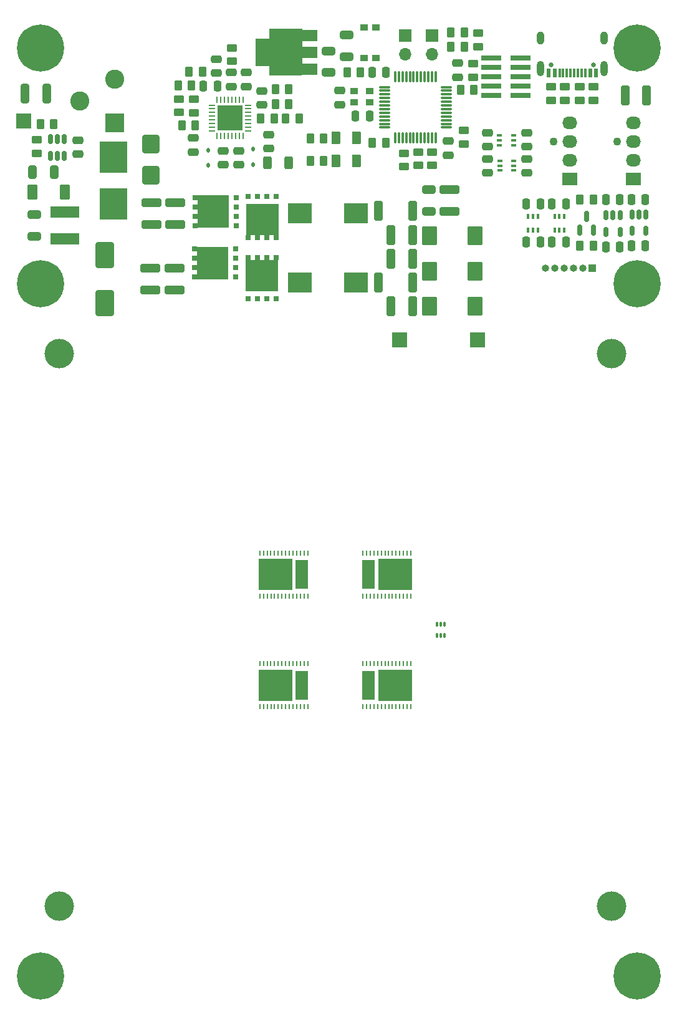
<source format=gts>
G04 #@! TF.GenerationSoftware,KiCad,Pcbnew,7.0.7-7.0.7~ubuntu22.04.1*
G04 #@! TF.CreationDate,2024-01-21T11:17:23+01:00*
G04 #@! TF.ProjectId,qaxe,71617865-2e6b-4696-9361-645f70636258,rev?*
G04 #@! TF.SameCoordinates,Original*
G04 #@! TF.FileFunction,Soldermask,Top*
G04 #@! TF.FilePolarity,Negative*
%FSLAX46Y46*%
G04 Gerber Fmt 4.6, Leading zero omitted, Abs format (unit mm)*
G04 Created by KiCad (PCBNEW 7.0.7-7.0.7~ubuntu22.04.1) date 2024-01-21 11:17:23*
%MOMM*%
%LPD*%
G01*
G04 APERTURE LIST*
G04 Aperture macros list*
%AMRoundRect*
0 Rectangle with rounded corners*
0 $1 Rounding radius*
0 $2 $3 $4 $5 $6 $7 $8 $9 X,Y pos of 4 corners*
0 Add a 4 corners polygon primitive as box body*
4,1,4,$2,$3,$4,$5,$6,$7,$8,$9,$2,$3,0*
0 Add four circle primitives for the rounded corners*
1,1,$1+$1,$2,$3*
1,1,$1+$1,$4,$5*
1,1,$1+$1,$6,$7*
1,1,$1+$1,$8,$9*
0 Add four rect primitives between the rounded corners*
20,1,$1+$1,$2,$3,$4,$5,0*
20,1,$1+$1,$4,$5,$6,$7,0*
20,1,$1+$1,$6,$7,$8,$9,0*
20,1,$1+$1,$8,$9,$2,$3,0*%
G04 Aperture macros list end*
%ADD10RoundRect,0.250000X-0.475000X0.250000X-0.475000X-0.250000X0.475000X-0.250000X0.475000X0.250000X0*%
%ADD11RoundRect,0.250000X0.250000X0.475000X-0.250000X0.475000X-0.250000X-0.475000X0.250000X-0.475000X0*%
%ADD12RoundRect,0.250000X0.650000X-0.325000X0.650000X0.325000X-0.650000X0.325000X-0.650000X-0.325000X0*%
%ADD13R,0.221000X0.792000*%
%ADD14R,1.810000X3.900000*%
%ADD15R,4.530000X4.277000*%
%ADD16RoundRect,0.250000X0.325000X1.100000X-0.325000X1.100000X-0.325000X-1.100000X0.325000X-1.100000X0*%
%ADD17R,3.300000X2.800000*%
%ADD18RoundRect,0.250000X-0.262500X-0.450000X0.262500X-0.450000X0.262500X0.450000X-0.262500X0.450000X0*%
%ADD19RoundRect,0.250000X0.450000X-0.262500X0.450000X0.262500X-0.450000X0.262500X-0.450000X-0.262500X0*%
%ADD20C,0.800000*%
%ADD21C,6.400000*%
%ADD22RoundRect,0.250000X-1.100000X0.325000X-1.100000X-0.325000X1.100000X-0.325000X1.100000X0.325000X0*%
%ADD23RoundRect,0.250000X-0.312500X-1.075000X0.312500X-1.075000X0.312500X1.075000X-0.312500X1.075000X0*%
%ADD24RoundRect,0.112500X-0.112500X0.187500X-0.112500X-0.187500X0.112500X-0.187500X0.112500X0.187500X0*%
%ADD25RoundRect,0.250000X-0.450000X0.262500X-0.450000X-0.262500X0.450000X-0.262500X0.450000X0.262500X0*%
%ADD26RoundRect,0.250000X-0.362500X-1.075000X0.362500X-1.075000X0.362500X1.075000X-0.362500X1.075000X0*%
%ADD27RoundRect,0.250000X0.262500X0.450000X-0.262500X0.450000X-0.262500X-0.450000X0.262500X-0.450000X0*%
%ADD28RoundRect,0.250000X0.475000X-0.250000X0.475000X0.250000X-0.475000X0.250000X-0.475000X-0.250000X0*%
%ADD29C,4.000000*%
%ADD30R,0.700000X0.700000*%
%ADD31R,4.510000X4.350000*%
%ADD32RoundRect,0.250000X0.375000X0.625000X-0.375000X0.625000X-0.375000X-0.625000X0.375000X-0.625000X0*%
%ADD33RoundRect,0.250000X-0.900000X1.000000X-0.900000X-1.000000X0.900000X-1.000000X0.900000X1.000000X0*%
%ADD34R,2.000000X2.000000*%
%ADD35R,0.400000X0.650000*%
%ADD36RoundRect,0.250000X-0.325000X-1.100000X0.325000X-1.100000X0.325000X1.100000X-0.325000X1.100000X0*%
%ADD37R,1.700000X1.700000*%
%ADD38O,1.700000X1.700000*%
%ADD39RoundRect,0.150000X-0.150000X0.512500X-0.150000X-0.512500X0.150000X-0.512500X0.150000X0.512500X0*%
%ADD40R,1.000000X1.000000*%
%ADD41O,1.000000X1.000000*%
%ADD42C,1.100000*%
%ADD43R,2.030000X1.730000*%
%ADD44O,2.030000X1.730000*%
%ADD45R,0.650000X0.400000*%
%ADD46RoundRect,0.250000X1.100000X-0.325000X1.100000X0.325000X-1.100000X0.325000X-1.100000X-0.325000X0*%
%ADD47R,4.350000X4.510000*%
%ADD48RoundRect,0.250000X-0.250000X-0.475000X0.250000X-0.475000X0.250000X0.475000X-0.250000X0.475000X0*%
%ADD49RoundRect,0.250000X0.450000X0.800000X-0.450000X0.800000X-0.450000X-0.800000X0.450000X-0.800000X0*%
%ADD50R,1.000000X0.900000*%
%ADD51RoundRect,0.250000X-1.000000X1.500000X-1.000000X-1.500000X1.000000X-1.500000X1.000000X1.500000X0*%
%ADD52R,4.000000X1.500000*%
%ADD53RoundRect,0.250000X0.312500X0.625000X-0.312500X0.625000X-0.312500X-0.625000X0.312500X-0.625000X0*%
%ADD54RoundRect,0.075000X-0.662500X-0.075000X0.662500X-0.075000X0.662500X0.075000X-0.662500X0.075000X0*%
%ADD55RoundRect,0.075000X-0.075000X-0.662500X0.075000X-0.662500X0.075000X0.662500X-0.075000X0.662500X0*%
%ADD56RoundRect,0.050000X-0.100000X0.285000X-0.100000X-0.285000X0.100000X-0.285000X0.100000X0.285000X0*%
%ADD57R,2.600000X2.600000*%
%ADD58C,2.600000*%
%ADD59R,2.760000X0.650000*%
%ADD60R,3.810000X4.245000*%
%ADD61RoundRect,0.250000X-0.650000X0.325000X-0.650000X-0.325000X0.650000X-0.325000X0.650000X0.325000X0*%
%ADD62RoundRect,0.250000X-0.787500X-1.025000X0.787500X-1.025000X0.787500X1.025000X-0.787500X1.025000X0*%
%ADD63R,2.000000X1.500000*%
%ADD64R,2.000000X3.800000*%
%ADD65RoundRect,0.062500X-0.062500X0.375000X-0.062500X-0.375000X0.062500X-0.375000X0.062500X0.375000X0*%
%ADD66RoundRect,0.062500X-0.375000X0.062500X-0.375000X-0.062500X0.375000X-0.062500X0.375000X0.062500X0*%
%ADD67R,3.450000X3.450000*%
%ADD68RoundRect,0.150000X0.150000X-0.587500X0.150000X0.587500X-0.150000X0.587500X-0.150000X-0.587500X0*%
%ADD69C,0.650000*%
%ADD70R,0.600000X1.150000*%
%ADD71R,0.300000X1.150000*%
%ADD72O,1.000000X2.100000*%
%ADD73O,1.000000X1.800000*%
%ADD74RoundRect,0.250000X0.325000X0.650000X-0.325000X0.650000X-0.325000X-0.650000X0.325000X-0.650000X0*%
G04 APERTURE END LIST*
D10*
X115697000Y-58044000D03*
X115697000Y-59944000D03*
D11*
X133626315Y-69976089D03*
X131726315Y-69976089D03*
D12*
X54150000Y-68565000D03*
X54150000Y-65615000D03*
D13*
X91263000Y-111584000D03*
X90761000Y-111584000D03*
X90259000Y-111584000D03*
X89757000Y-111584000D03*
X89255000Y-111584000D03*
X88753000Y-111584000D03*
X88251000Y-111584000D03*
X87749000Y-111584000D03*
X87247000Y-111584000D03*
X86745000Y-111584000D03*
X86243000Y-111584000D03*
X85741000Y-111584000D03*
X85239000Y-111584000D03*
X84737000Y-111584000D03*
X84750000Y-117416000D03*
X85250000Y-117416000D03*
X85750000Y-117416000D03*
X86250000Y-117416000D03*
X86750000Y-117416000D03*
X87247000Y-117416000D03*
X87750000Y-117416000D03*
X88251000Y-117416000D03*
X88753000Y-117416000D03*
X89255000Y-117416000D03*
X89757000Y-117416000D03*
X90250000Y-117416000D03*
X90761000Y-117416000D03*
X91250000Y-117416000D03*
D14*
X90468000Y-114500000D03*
D15*
X86892000Y-114500000D03*
D16*
X105475000Y-78100000D03*
X102525000Y-78100000D03*
D17*
X90180000Y-65440000D03*
X97790000Y-65440000D03*
D18*
X88257500Y-52590000D03*
X90082500Y-52590000D03*
D19*
X54450000Y-57290000D03*
X54450000Y-55465000D03*
D18*
X54937500Y-53377500D03*
X56762500Y-53377500D03*
D20*
X52600000Y-43000000D03*
X53302944Y-41302944D03*
X53302944Y-44697056D03*
X55000000Y-40600000D03*
D21*
X55000000Y-43000000D03*
D20*
X55000000Y-45400000D03*
X56697056Y-41302944D03*
X56697056Y-44697056D03*
X57400000Y-43000000D03*
D22*
X73200000Y-72900000D03*
X73200000Y-75850000D03*
D23*
X52850000Y-49190000D03*
X55775000Y-49190000D03*
D11*
X137126315Y-63556089D03*
X135226315Y-63556089D03*
D10*
X79770000Y-56955000D03*
X79770000Y-58855000D03*
D19*
X114400000Y-42812500D03*
X114400000Y-40987500D03*
D24*
X83870000Y-56755000D03*
X83870000Y-58855000D03*
D25*
X113726000Y-45142500D03*
X113726000Y-46967500D03*
D26*
X100875000Y-65145000D03*
X105500000Y-65145000D03*
D10*
X85017500Y-48835000D03*
X85017500Y-50735000D03*
D27*
X86692000Y-52570000D03*
X84867000Y-52570000D03*
D28*
X111567000Y-46950000D03*
X111567000Y-45050000D03*
D29*
X132500000Y-159500000D03*
D27*
X112512500Y-42800000D03*
X110687500Y-42800000D03*
D30*
X83125000Y-77080000D03*
X84395000Y-77080000D03*
X85665000Y-77080000D03*
X86935000Y-77080000D03*
D31*
X85030000Y-73950000D03*
D30*
X83125000Y-71480000D03*
X84395000Y-71480000D03*
X85665000Y-71480000D03*
X86935000Y-71480000D03*
D32*
X97900000Y-58293000D03*
X95100000Y-58293000D03*
D10*
X120965000Y-54503000D03*
X120965000Y-56403000D03*
D33*
X69960000Y-56020000D03*
X69960000Y-60320000D03*
D34*
X103700000Y-82600000D03*
D35*
X124775200Y-67726600D03*
X125425200Y-67726600D03*
X126075200Y-67726600D03*
X126075200Y-65826600D03*
X125425200Y-65826600D03*
X124775200Y-65826600D03*
D36*
X134350000Y-49400000D03*
X137300000Y-49400000D03*
D11*
X122826315Y-64176089D03*
X120926315Y-64176089D03*
D37*
X108100000Y-41325000D03*
D38*
X108100000Y-43865000D03*
D39*
X137176315Y-65576089D03*
X136226315Y-65576089D03*
X135276315Y-65576089D03*
X135276315Y-67851089D03*
X137176315Y-67851089D03*
D40*
X129875000Y-72900000D03*
D41*
X128605000Y-72900000D03*
X127335000Y-72900000D03*
X126065000Y-72900000D03*
X124795000Y-72900000D03*
X123525000Y-72900000D03*
D19*
X124300000Y-50112500D03*
X124300000Y-48287500D03*
D28*
X75670000Y-57140000D03*
X75670000Y-55240000D03*
D42*
X133303000Y-55740000D03*
D43*
X135463000Y-60820000D03*
D44*
X135463000Y-58280000D03*
X135463000Y-55740000D03*
X135463000Y-53200000D03*
D34*
X114300000Y-82600000D03*
D19*
X106261500Y-58949500D03*
X106261500Y-57124500D03*
D29*
X57500000Y-159500000D03*
D37*
X104500000Y-41325000D03*
D38*
X104500000Y-43865000D03*
D29*
X57500000Y-84500000D03*
D12*
X107700000Y-65175000D03*
X107700000Y-62225000D03*
D19*
X128200000Y-50112500D03*
X128200000Y-48287500D03*
D18*
X86870000Y-48605000D03*
X88695000Y-48605000D03*
D19*
X130100000Y-50112500D03*
X130100000Y-48287500D03*
D45*
X117312400Y-54899800D03*
X117312400Y-55549800D03*
X117312400Y-56199800D03*
X119212400Y-56199800D03*
X119212400Y-55549800D03*
X119212400Y-54899800D03*
D27*
X88695000Y-50605000D03*
X86870000Y-50605000D03*
D46*
X110500000Y-65175000D03*
X110500000Y-62225000D03*
D26*
X100887500Y-74825001D03*
X105512500Y-74825001D03*
D30*
X81539000Y-67105000D03*
X81539000Y-65835000D03*
X81539000Y-64565000D03*
X81539000Y-63295000D03*
D47*
X78409000Y-65200000D03*
D30*
X75939000Y-67105000D03*
X75939000Y-65835000D03*
X75939000Y-64565000D03*
X75939000Y-63295000D03*
D10*
X60050000Y-55540000D03*
X60050000Y-57440000D03*
D48*
X124426315Y-69376089D03*
X126326315Y-69376089D03*
D27*
X113812500Y-48700000D03*
X111987500Y-48700000D03*
D10*
X121031000Y-58044000D03*
X121031000Y-59944000D03*
D35*
X122493800Y-65826600D03*
X121843800Y-65826600D03*
X121193800Y-65826600D03*
X121193800Y-67726600D03*
X121843800Y-67726600D03*
X122493800Y-67726600D03*
D46*
X73250000Y-66975000D03*
X73250000Y-64025000D03*
D10*
X110363000Y-55652000D03*
X110363000Y-57552000D03*
D20*
X133600000Y-43000000D03*
X134302944Y-41302944D03*
X134302944Y-44697056D03*
X136000000Y-40600000D03*
D21*
X136000000Y-43000000D03*
D20*
X136000000Y-45400000D03*
X137697056Y-41302944D03*
X137697056Y-44697056D03*
X138400000Y-43000000D03*
D30*
X81500000Y-74105000D03*
X81500000Y-72835000D03*
X81500000Y-71565000D03*
X81500000Y-70295000D03*
D47*
X78370000Y-72200000D03*
D30*
X75900000Y-74105000D03*
X75900000Y-72835000D03*
X75900000Y-71565000D03*
X75900000Y-70295000D03*
D18*
X100015000Y-55878000D03*
X101840000Y-55878000D03*
D32*
X97899750Y-55199000D03*
X95099750Y-55199000D03*
D49*
X58250000Y-62590000D03*
X53850000Y-62590000D03*
D29*
X132500000Y-84500000D03*
D19*
X104356500Y-59103900D03*
X104356500Y-57278900D03*
D50*
X97538000Y-50386000D03*
X99688000Y-50386000D03*
X99688000Y-48836000D03*
X97538000Y-48836000D03*
D13*
X91263000Y-126584000D03*
X90761000Y-126584000D03*
X90259000Y-126584000D03*
X89757000Y-126584000D03*
X89255000Y-126584000D03*
X88753000Y-126584000D03*
X88251000Y-126584000D03*
X87749000Y-126584000D03*
X87247000Y-126584000D03*
X86745000Y-126584000D03*
X86243000Y-126584000D03*
X85741000Y-126584000D03*
X85239000Y-126584000D03*
X84737000Y-126584000D03*
X84750000Y-132416000D03*
X85250000Y-132416000D03*
X85750000Y-132416000D03*
X86250000Y-132416000D03*
X86750000Y-132416000D03*
X87247000Y-132416000D03*
X87750000Y-132416000D03*
X88251000Y-132416000D03*
X88753000Y-132416000D03*
X89255000Y-132416000D03*
X89757000Y-132416000D03*
X90250000Y-132416000D03*
X90761000Y-132416000D03*
X91250000Y-132416000D03*
D14*
X90468000Y-129500000D03*
D15*
X86892000Y-129500000D03*
D28*
X82870000Y-48240000D03*
X82870000Y-46340000D03*
D11*
X122826315Y-69376089D03*
X120926315Y-69376089D03*
D19*
X108166500Y-58949500D03*
X108166500Y-57124500D03*
D20*
X133600000Y-169000000D03*
X134302944Y-167302944D03*
X134302944Y-170697056D03*
X136000000Y-166600000D03*
D21*
X136000000Y-169000000D03*
D20*
X136000000Y-171400000D03*
X137697056Y-167302944D03*
X137697056Y-170697056D03*
X138400000Y-169000000D03*
D16*
X105475000Y-68400000D03*
X102525000Y-68400000D03*
D25*
X73780000Y-49945000D03*
X73780000Y-51770000D03*
D19*
X126200000Y-50112500D03*
X126200000Y-48287500D03*
D51*
X63710000Y-71150000D03*
X63710000Y-77650000D03*
D39*
X58200000Y-55340000D03*
X57250000Y-55340000D03*
X56300000Y-55340000D03*
X56300000Y-57615000D03*
X57250000Y-57615000D03*
X58200000Y-57615000D03*
D13*
X98737000Y-117416000D03*
X99239000Y-117416000D03*
X99741000Y-117416000D03*
X100243000Y-117416000D03*
X100745000Y-117416000D03*
X101247000Y-117416000D03*
X101749000Y-117416000D03*
X102251000Y-117416000D03*
X102753000Y-117416000D03*
X103255000Y-117416000D03*
X103757000Y-117416000D03*
X104259000Y-117416000D03*
X104761000Y-117416000D03*
X105263000Y-117416000D03*
X105250000Y-111584000D03*
X104750000Y-111584000D03*
X104250000Y-111584000D03*
X103750000Y-111584000D03*
X103250000Y-111584000D03*
X102753000Y-111584000D03*
X102250000Y-111584000D03*
X101749000Y-111584000D03*
X101247000Y-111584000D03*
X100745000Y-111584000D03*
X100243000Y-111584000D03*
X99750000Y-111584000D03*
X99239000Y-111584000D03*
X98750000Y-111584000D03*
D14*
X99532000Y-114500000D03*
D15*
X103108000Y-114500000D03*
D11*
X137126315Y-69856089D03*
X135226315Y-69856089D03*
D52*
X58250000Y-65290000D03*
X58250000Y-68890000D03*
D18*
X91589250Y-55245000D03*
X93414250Y-55245000D03*
D27*
X130058815Y-69876089D03*
X128233815Y-69876089D03*
D48*
X124426315Y-64176089D03*
X126326315Y-64176089D03*
D18*
X74147500Y-53520000D03*
X75972500Y-53520000D03*
D28*
X80870000Y-48230000D03*
X80870000Y-46330000D03*
D39*
X133676315Y-65696089D03*
X132726315Y-65696089D03*
X131776315Y-65696089D03*
X131776315Y-67971089D03*
X133676315Y-67971089D03*
D20*
X52600000Y-75000000D03*
X53302944Y-73302944D03*
X53302944Y-76697056D03*
X55000000Y-72600000D03*
D21*
X55000000Y-75000000D03*
D20*
X55000000Y-77400000D03*
X56697056Y-73302944D03*
X56697056Y-76697056D03*
X57400000Y-75000000D03*
D11*
X101880500Y-46300000D03*
X99980500Y-46300000D03*
D48*
X131726315Y-63576089D03*
X133626315Y-63576089D03*
D13*
X98737000Y-132416000D03*
X99239000Y-132416000D03*
X99741000Y-132416000D03*
X100243000Y-132416000D03*
X100745000Y-132416000D03*
X101247000Y-132416000D03*
X101749000Y-132416000D03*
X102251000Y-132416000D03*
X102753000Y-132416000D03*
X103255000Y-132416000D03*
X103757000Y-132416000D03*
X104259000Y-132416000D03*
X104761000Y-132416000D03*
X105263000Y-132416000D03*
X105250000Y-126584000D03*
X104750000Y-126584000D03*
X104250000Y-126584000D03*
X103750000Y-126584000D03*
X103250000Y-126584000D03*
X102753000Y-126584000D03*
X102250000Y-126584000D03*
X101749000Y-126584000D03*
X101247000Y-126584000D03*
X100745000Y-126584000D03*
X100243000Y-126584000D03*
X99750000Y-126584000D03*
X99239000Y-126584000D03*
X98750000Y-126584000D03*
D14*
X99532000Y-129500000D03*
D15*
X103108000Y-129500000D03*
D42*
X124667000Y-55740000D03*
D43*
X126827000Y-60820000D03*
D44*
X126827000Y-58280000D03*
X126827000Y-55740000D03*
X126827000Y-53200000D03*
D20*
X133600000Y-75000000D03*
X134302944Y-73302944D03*
X134302944Y-76697056D03*
X136000000Y-72600000D03*
D21*
X136000000Y-75000000D03*
D20*
X136000000Y-77400000D03*
X137697056Y-73302944D03*
X137697056Y-76697056D03*
X138400000Y-75000000D03*
D19*
X75770000Y-51792500D03*
X75770000Y-49967500D03*
D11*
X99650000Y-52222400D03*
X97750000Y-52222400D03*
D53*
X88672500Y-58580000D03*
X85747500Y-58580000D03*
D28*
X78870000Y-46405000D03*
X78870000Y-44505000D03*
D27*
X75470000Y-48105000D03*
X73645000Y-48105000D03*
D54*
X101718000Y-48302000D03*
X101718000Y-48802000D03*
X101718000Y-49302000D03*
X101718000Y-49802000D03*
X101718000Y-50302000D03*
X101718000Y-50802000D03*
X101718000Y-51302000D03*
X101718000Y-51802000D03*
X101718000Y-52302000D03*
X101718000Y-52802000D03*
X101718000Y-53302000D03*
X101718000Y-53802000D03*
D55*
X103130500Y-55214500D03*
X103630500Y-55214500D03*
X104130500Y-55214500D03*
X104630500Y-55214500D03*
X105130500Y-55214500D03*
X105630500Y-55214500D03*
X106130500Y-55214500D03*
X106630500Y-55214500D03*
X107130500Y-55214500D03*
X107630500Y-55214500D03*
X108130500Y-55214500D03*
X108630500Y-55214500D03*
D54*
X110043000Y-53802000D03*
X110043000Y-53302000D03*
X110043000Y-52802000D03*
X110043000Y-52302000D03*
X110043000Y-51802000D03*
X110043000Y-51302000D03*
X110043000Y-50802000D03*
X110043000Y-50302000D03*
X110043000Y-49802000D03*
X110043000Y-49302000D03*
X110043000Y-48802000D03*
X110043000Y-48302000D03*
D55*
X108630500Y-46889500D03*
X108130500Y-46889500D03*
X107630500Y-46889500D03*
X107130500Y-46889500D03*
X106630500Y-46889500D03*
X106130500Y-46889500D03*
X105630500Y-46889500D03*
X105130500Y-46889500D03*
X104630500Y-46889500D03*
X104130500Y-46889500D03*
X103630500Y-46889500D03*
X103130500Y-46889500D03*
D56*
X109850000Y-121260000D03*
X109350000Y-121260000D03*
X108850000Y-121260000D03*
X108850000Y-122740000D03*
X109350000Y-122740000D03*
X109850000Y-122740000D03*
D34*
X52650000Y-52890000D03*
D57*
X65000000Y-53200000D03*
D58*
X65000000Y-47200000D03*
X60300000Y-50200000D03*
D59*
X120191000Y-49484000D03*
X116151000Y-49484000D03*
X120191000Y-48214000D03*
X116151000Y-48214000D03*
X120191000Y-46944000D03*
X116151000Y-46944000D03*
X120191000Y-45674000D03*
X116151000Y-45674000D03*
X120191000Y-44404000D03*
X116151000Y-44404000D03*
D16*
X105475000Y-71600000D03*
X102525000Y-71600000D03*
D60*
X64900000Y-64187500D03*
X64900000Y-57812500D03*
D61*
X96500000Y-41238000D03*
X96500000Y-44188000D03*
D18*
X91589500Y-58339000D03*
X93414500Y-58339000D03*
X96587500Y-46300000D03*
X98412500Y-46300000D03*
D62*
X107787500Y-78100000D03*
X114012500Y-78100000D03*
D17*
X90180000Y-74838000D03*
X97790000Y-74838000D03*
D10*
X95565000Y-48788000D03*
X95565000Y-50688000D03*
D63*
X91522000Y-45902000D03*
X91522000Y-43602000D03*
D64*
X85222000Y-43602000D03*
D63*
X91522000Y-41302000D03*
D27*
X112512500Y-40900000D03*
X110687500Y-40900000D03*
D65*
X82457500Y-50067500D03*
X81957500Y-50067500D03*
X81457500Y-50067500D03*
X80957500Y-50067500D03*
X80457500Y-50067500D03*
X79957500Y-50067500D03*
X79457500Y-50067500D03*
X78957500Y-50067500D03*
D66*
X78270000Y-50755000D03*
X78270000Y-51255000D03*
X78270000Y-51755000D03*
X78270000Y-52255000D03*
X78270000Y-52755000D03*
X78270000Y-53255000D03*
X78270000Y-53755000D03*
X78270000Y-54255000D03*
D65*
X78957500Y-54942500D03*
X79457500Y-54942500D03*
X79957500Y-54942500D03*
X80457500Y-54942500D03*
X80957500Y-54942500D03*
X81457500Y-54942500D03*
X81957500Y-54942500D03*
X82457500Y-54942500D03*
D66*
X83145000Y-54255000D03*
X83145000Y-53755000D03*
X83145000Y-53255000D03*
X83145000Y-52755000D03*
X83145000Y-52255000D03*
X83145000Y-51755000D03*
X83145000Y-51255000D03*
X83145000Y-50755000D03*
D67*
X80707500Y-52505000D03*
D50*
X100500000Y-40250000D03*
X100500000Y-44350000D03*
X98900000Y-40250000D03*
X98900000Y-44350000D03*
D10*
X115631000Y-54503000D03*
X115631000Y-56403000D03*
D68*
X128196315Y-67703589D03*
X130096315Y-67703589D03*
X129146315Y-65828589D03*
D30*
X87000000Y-63187500D03*
X85730000Y-63187500D03*
X84460000Y-63187500D03*
X83190000Y-63187500D03*
D31*
X85095000Y-66317500D03*
D30*
X87000000Y-68787500D03*
X85730000Y-68787500D03*
X84460000Y-68787500D03*
X83190000Y-68787500D03*
D69*
X130090000Y-45305000D03*
X124310000Y-45305000D03*
D70*
X130400000Y-46380000D03*
X129600000Y-46380000D03*
D71*
X128450000Y-46380000D03*
X127450000Y-46380000D03*
X126950000Y-46380000D03*
X125950000Y-46380000D03*
D70*
X124800000Y-46380000D03*
X124000000Y-46380000D03*
X124000000Y-46380000D03*
X124800000Y-46380000D03*
D71*
X125450000Y-46380000D03*
X126450000Y-46380000D03*
X127950000Y-46380000D03*
X128950000Y-46380000D03*
D70*
X129600000Y-46380000D03*
X130400000Y-46380000D03*
D72*
X131520000Y-45805000D03*
D73*
X131520000Y-41625000D03*
D72*
X122880000Y-45805000D03*
D73*
X122880000Y-41625000D03*
D45*
X117363200Y-58328800D03*
X117363200Y-58978800D03*
X117363200Y-59628800D03*
X119263200Y-59628800D03*
X119263200Y-58978800D03*
X119263200Y-58328800D03*
D62*
X107787500Y-68500000D03*
X114012500Y-68500000D03*
D22*
X69900000Y-72875000D03*
X69900000Y-75825000D03*
D46*
X70000000Y-66975000D03*
X70000000Y-64025000D03*
D24*
X77770000Y-56855000D03*
X77770000Y-58955000D03*
D11*
X78970000Y-48155000D03*
X77070000Y-48155000D03*
D27*
X76970000Y-46205000D03*
X75145000Y-46205000D03*
D28*
X81870000Y-58855000D03*
X81870000Y-56955000D03*
D62*
X107787500Y-73300000D03*
X114012500Y-73300000D03*
D10*
X85970000Y-54755000D03*
X85970000Y-56655000D03*
D18*
X128233815Y-63576089D03*
X130058815Y-63576089D03*
D19*
X112413000Y-56028500D03*
X112413000Y-54203500D03*
D74*
X56825000Y-59890000D03*
X53875000Y-59890000D03*
D61*
X94087000Y-43397000D03*
X94087000Y-46347000D03*
D20*
X52600000Y-169000000D03*
X53302944Y-167302944D03*
X53302944Y-170697056D03*
X55000000Y-166600000D03*
D21*
X55000000Y-169000000D03*
D20*
X55000000Y-171400000D03*
X56697056Y-167302944D03*
X56697056Y-170697056D03*
X57400000Y-169000000D03*
D19*
X80970000Y-44805000D03*
X80970000Y-42980000D03*
G36*
X90486039Y-40419685D02*
G01*
X90531794Y-40472489D01*
X90543000Y-40524000D01*
X90543000Y-46576000D01*
X90523315Y-46643039D01*
X90470511Y-46688794D01*
X90419000Y-46700000D01*
X86124000Y-46700000D01*
X86056961Y-46680315D01*
X86011206Y-46627511D01*
X86000000Y-46576000D01*
X86000000Y-40524000D01*
X86019685Y-40456961D01*
X86072489Y-40411206D01*
X86124000Y-40400000D01*
X90419000Y-40400000D01*
X90486039Y-40419685D01*
G37*
M02*

</source>
